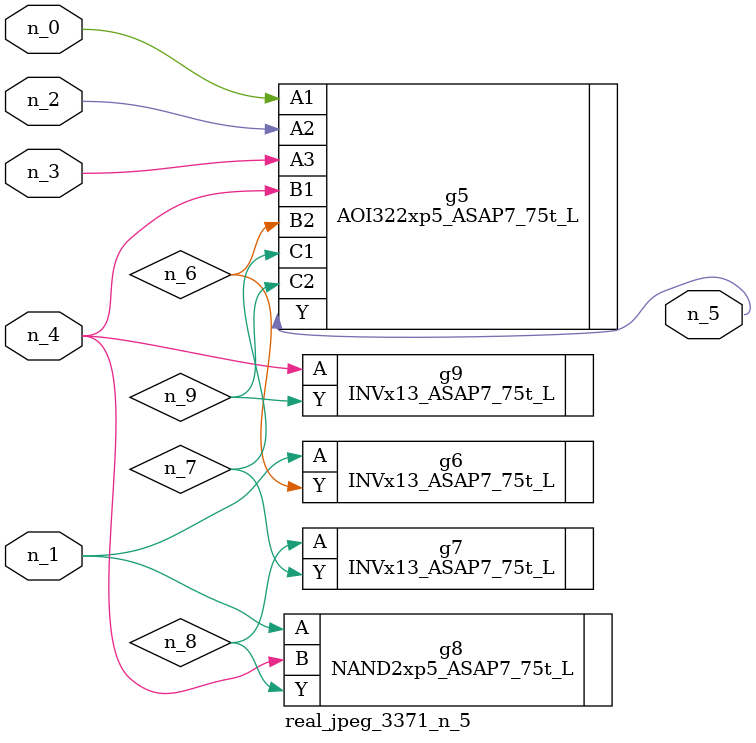
<source format=v>
module real_jpeg_3371_n_5 (n_4, n_0, n_1, n_2, n_3, n_5);

input n_4;
input n_0;
input n_1;
input n_2;
input n_3;

output n_5;

wire n_8;
wire n_6;
wire n_7;
wire n_9;

AOI322xp5_ASAP7_75t_L g5 ( 
.A1(n_0),
.A2(n_2),
.A3(n_3),
.B1(n_4),
.B2(n_6),
.C1(n_7),
.C2(n_9),
.Y(n_5)
);

INVx13_ASAP7_75t_L g6 ( 
.A(n_1),
.Y(n_6)
);

NAND2xp5_ASAP7_75t_L g8 ( 
.A(n_1),
.B(n_4),
.Y(n_8)
);

INVx13_ASAP7_75t_L g9 ( 
.A(n_4),
.Y(n_9)
);

INVx13_ASAP7_75t_L g7 ( 
.A(n_8),
.Y(n_7)
);


endmodule
</source>
